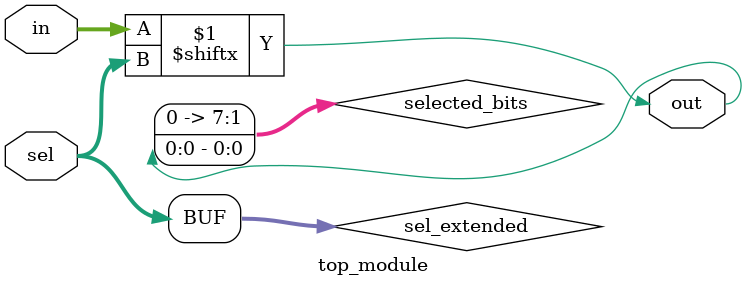
<source format=sv>
module top_module (
	input [255:0] in,
	input [7:0] sel,
	output  out
);

reg [7:0] sel_extended;
wire [7:0] selected_bits;

assign out = selected_bits[0];

// Extend the selection vector to match the width of the input vector
assign sel_extended = {8{sel}};

// Select the corresponding bits from the input vector
assign selected_bits = in[sel_extended];

endmodule

</source>
